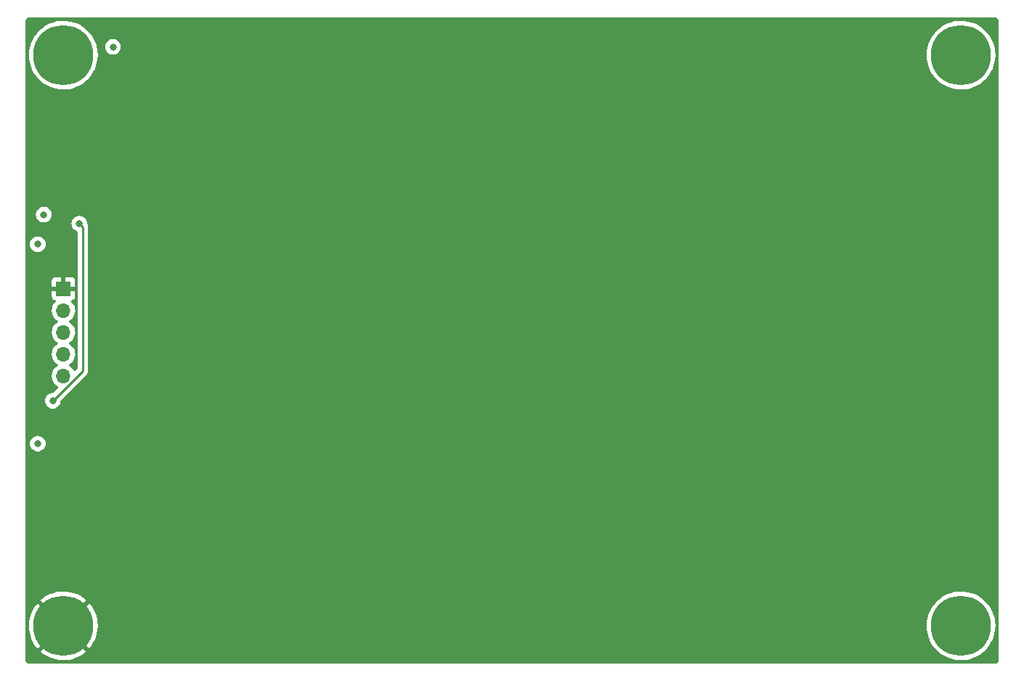
<source format=gbr>
%TF.GenerationSoftware,KiCad,Pcbnew,(6.0.7)*%
%TF.CreationDate,2022-11-11T00:25:46-08:00*%
%TF.ProjectId,LED_Board_s_,4c45445f-426f-4617-9264-5f735f2e6b69,rev?*%
%TF.SameCoordinates,Original*%
%TF.FileFunction,Copper,L3,Inr*%
%TF.FilePolarity,Positive*%
%FSLAX46Y46*%
G04 Gerber Fmt 4.6, Leading zero omitted, Abs format (unit mm)*
G04 Created by KiCad (PCBNEW (6.0.7)) date 2022-11-11 00:25:46*
%MOMM*%
%LPD*%
G01*
G04 APERTURE LIST*
%TA.AperFunction,ComponentPad*%
%ADD10C,0.800000*%
%TD*%
%TA.AperFunction,ComponentPad*%
%ADD11C,7.000000*%
%TD*%
%TA.AperFunction,ComponentPad*%
%ADD12R,1.700000X1.700000*%
%TD*%
%TA.AperFunction,ComponentPad*%
%ADD13O,1.700000X1.700000*%
%TD*%
%TA.AperFunction,ViaPad*%
%ADD14C,0.800000*%
%TD*%
%TA.AperFunction,Conductor*%
%ADD15C,0.250000*%
%TD*%
G04 APERTURE END LIST*
D10*
%TO.N,GND*%
%TO.C,H2*%
X159482893Y-169872893D03*
X159482893Y-164622893D03*
X156857893Y-167247893D03*
D11*
X159482893Y-167247893D03*
D10*
X161339048Y-169104048D03*
X157626738Y-165391738D03*
X157626738Y-169104048D03*
X161339048Y-165391738D03*
X162107893Y-167247893D03*
%TD*%
D11*
%TO.N,N/C*%
%TO.C,H3*%
X264132893Y-100697893D03*
%TD*%
%TO.N,N/C*%
%TO.C,H4*%
X264132893Y-167247893D03*
%TD*%
%TO.N,N/C*%
%TO.C,H1*%
X159482893Y-100697893D03*
%TD*%
D12*
%TO.N,GND*%
%TO.C,J1*%
X159500000Y-127925000D03*
D13*
%TO.N,/SDI*%
X159500000Y-130465000D03*
%TO.N,/CKI*%
X159500000Y-133005000D03*
%TO.N,VCC*%
X159500000Y-135545000D03*
%TO.N,+5VD*%
X159500000Y-138085000D03*
%TD*%
D14*
%TO.N,/CKI*%
X157200000Y-119300000D03*
%TO.N,GND*%
X190500000Y-151750000D03*
X185500000Y-97750000D03*
X253250000Y-101500000D03*
X197500000Y-151750000D03*
X217500000Y-170250000D03*
X188000000Y-128250000D03*
X258000000Y-170250000D03*
X197250000Y-113500000D03*
X245500000Y-97750000D03*
X200750000Y-139750000D03*
X211250000Y-116500000D03*
X220500000Y-170250000D03*
X236500000Y-135250000D03*
X253000000Y-158750000D03*
X188000000Y-109250000D03*
X218250000Y-101500000D03*
X211500000Y-151750000D03*
X224500000Y-170250000D03*
X240250000Y-128250000D03*
X180500000Y-132250000D03*
X228750000Y-113500000D03*
X191000000Y-135250000D03*
X169250000Y-113500000D03*
X200750000Y-120750000D03*
X205500000Y-166500000D03*
X190500000Y-154750000D03*
X252500000Y-170250000D03*
X187000000Y-154750000D03*
X264500000Y-132250000D03*
X193750000Y-116500000D03*
X218250000Y-158750000D03*
X179000000Y-170250000D03*
X257750000Y-147250000D03*
X250500000Y-132250000D03*
X200750000Y-101500000D03*
X238000000Y-170250000D03*
X188000000Y-147250000D03*
X240000000Y-135250000D03*
X172750000Y-113500000D03*
X170000000Y-135250000D03*
X257500000Y-135250000D03*
X263750000Y-116500000D03*
X236000000Y-151750000D03*
X172000000Y-97750000D03*
X212000000Y-132250000D03*
X223000000Y-128250000D03*
X257000000Y-154750000D03*
X250000000Y-151750000D03*
X242000000Y-170250000D03*
X222500000Y-135250000D03*
X179750000Y-113500000D03*
X264500000Y-135250000D03*
X260250000Y-113500000D03*
X243000000Y-154750000D03*
X250500000Y-135250000D03*
X229000000Y-154750000D03*
X183000000Y-140000000D03*
X207750000Y-113500000D03*
X249000000Y-97750000D03*
X235500000Y-158750000D03*
X217500000Y-97750000D03*
X180000000Y-154750000D03*
X224500000Y-97750000D03*
X180500000Y-135250000D03*
X167000000Y-141000000D03*
X193750000Y-113500000D03*
X236000000Y-154750000D03*
X235750000Y-116500000D03*
X182500000Y-170250000D03*
X218500000Y-151750000D03*
X246250000Y-116500000D03*
X170000000Y-132250000D03*
X223000000Y-166500000D03*
X218500000Y-154750000D03*
X240250000Y-109250000D03*
X200750000Y-158750000D03*
X189500000Y-170250000D03*
X183250000Y-116500000D03*
X205000000Y-135250000D03*
X264000000Y-154750000D03*
X215000000Y-151750000D03*
X243000000Y-151750000D03*
X260500000Y-154750000D03*
X214000000Y-170250000D03*
X184000000Y-132250000D03*
X218250000Y-116500000D03*
X225500000Y-154750000D03*
X200000000Y-170250000D03*
X214750000Y-113500000D03*
X190250000Y-113500000D03*
X207750000Y-116500000D03*
X260500000Y-151750000D03*
X219000000Y-132250000D03*
X247000000Y-132250000D03*
X194500000Y-132250000D03*
X223000000Y-147250000D03*
X240250000Y-147250000D03*
X183250000Y-120750000D03*
X175500000Y-170250000D03*
X229500000Y-132250000D03*
X225250000Y-113500000D03*
X242750000Y-116500000D03*
X183500000Y-101500000D03*
X187500000Y-132250000D03*
X208500000Y-132250000D03*
X254000000Y-132250000D03*
X172750000Y-116500000D03*
X239500000Y-151750000D03*
X253250000Y-113500000D03*
X233000000Y-132250000D03*
X250000000Y-154750000D03*
X211500000Y-154750000D03*
X186750000Y-113500000D03*
X245500000Y-170250000D03*
X226000000Y-132250000D03*
X229000000Y-151750000D03*
X168250000Y-97750000D03*
X186000000Y-170250000D03*
X235750000Y-113500000D03*
X225250000Y-116500000D03*
X196500000Y-97750000D03*
X187000000Y-151750000D03*
X205000000Y-132250000D03*
X233000000Y-135250000D03*
X184000000Y-135250000D03*
X175500000Y-97750000D03*
X196500000Y-170250000D03*
X165000000Y-97750000D03*
X193000000Y-170250000D03*
X240500000Y-166500000D03*
X205500000Y-109250000D03*
X176500000Y-151750000D03*
X257500000Y-132250000D03*
X203250000Y-170250000D03*
X169500000Y-151750000D03*
X193000000Y-97750000D03*
X226000000Y-135250000D03*
X208000000Y-151750000D03*
X183500000Y-151750000D03*
X170750000Y-128000000D03*
X166000000Y-120750000D03*
X246500000Y-151750000D03*
X218000000Y-139750000D03*
X194000000Y-154750000D03*
X228000000Y-170250000D03*
X211250000Y-113500000D03*
X249750000Y-116500000D03*
X204250000Y-113500000D03*
X257500000Y-166250000D03*
X173500000Y-132250000D03*
X215500000Y-132250000D03*
X264000000Y-151750000D03*
X179750000Y-116500000D03*
X246500000Y-154750000D03*
X200000000Y-97750000D03*
X205500000Y-128250000D03*
X177000000Y-132250000D03*
X183250000Y-158750000D03*
X232250000Y-113500000D03*
X240000000Y-132250000D03*
X239500000Y-154750000D03*
X214750000Y-116500000D03*
X200750000Y-116500000D03*
X168500000Y-170250000D03*
X173500000Y-135250000D03*
X180000000Y-151750000D03*
X186750000Y-116500000D03*
X173000000Y-154750000D03*
X208000000Y-154750000D03*
X194500000Y-135250000D03*
X256750000Y-113500000D03*
X242750000Y-113500000D03*
X176250000Y-113500000D03*
X222000000Y-154750000D03*
X207000000Y-97750000D03*
X170500000Y-166500000D03*
X239250000Y-116500000D03*
X260250000Y-116500000D03*
X222500000Y-132250000D03*
X263750000Y-113500000D03*
X215000000Y-154750000D03*
X201500000Y-132250000D03*
X222000000Y-151750000D03*
X221000000Y-97750000D03*
X212000000Y-135250000D03*
X232250000Y-116500000D03*
X232500000Y-154750000D03*
X231500000Y-97750000D03*
X218250000Y-113500000D03*
X210500000Y-170250000D03*
X169250000Y-116500000D03*
X257000000Y-151750000D03*
X238000000Y-97750000D03*
X225500000Y-151750000D03*
X201500000Y-135250000D03*
X207000000Y-170250000D03*
X204500000Y-151750000D03*
X182500000Y-97750000D03*
X204250000Y-116500000D03*
X208500000Y-135250000D03*
X159500000Y-125000000D03*
X253000000Y-120750000D03*
X247000000Y-135250000D03*
X190250000Y-116500000D03*
X222750000Y-109250000D03*
X249750000Y-113500000D03*
X198000000Y-132250000D03*
X255500000Y-170250000D03*
X177000000Y-135250000D03*
X172000000Y-170250000D03*
X210500000Y-97750000D03*
X201000000Y-151750000D03*
X228750000Y-116500000D03*
X249000000Y-170250000D03*
X179000000Y-97750000D03*
X253250000Y-116500000D03*
X191000000Y-132250000D03*
X176500000Y-154750000D03*
X214000000Y-97750000D03*
X236500000Y-132250000D03*
X197500000Y-154750000D03*
X243500000Y-135250000D03*
X228000000Y-97750000D03*
X165000000Y-170250000D03*
X261000000Y-132250000D03*
X235500000Y-139750000D03*
X183500000Y-154750000D03*
X254000000Y-135250000D03*
X215500000Y-135250000D03*
X219000000Y-135250000D03*
X197250000Y-116500000D03*
X188000000Y-166500000D03*
X221750000Y-113500000D03*
X198000000Y-135250000D03*
X242000000Y-97750000D03*
X194000000Y-151750000D03*
X235000000Y-170250000D03*
X257750000Y-128250000D03*
X205500000Y-147250000D03*
X218250000Y-120750000D03*
X173000000Y-151750000D03*
X201000000Y-154750000D03*
X261000000Y-135250000D03*
X243500000Y-132250000D03*
X232500000Y-151750000D03*
X204500000Y-154750000D03*
X252500000Y-97750000D03*
X187500000Y-135250000D03*
X253250000Y-139750000D03*
X189500000Y-97750000D03*
X170500000Y-109250000D03*
X235000000Y-97750000D03*
X200750000Y-113500000D03*
X257750000Y-109000000D03*
X255500000Y-97750000D03*
X183250000Y-113500000D03*
X166000000Y-101500000D03*
X229500000Y-135250000D03*
X176250000Y-116500000D03*
X235500000Y-101500000D03*
X256750000Y-116500000D03*
X169500000Y-154750000D03*
X170750000Y-147500000D03*
X231500000Y-170250000D03*
X166000000Y-158500000D03*
X203000000Y-97750000D03*
X253500000Y-151750000D03*
X246250000Y-113500000D03*
X235500000Y-120750000D03*
X221750000Y-116500000D03*
X239250000Y-113500000D03*
X253500000Y-154750000D03*
%TO.N,/SDI_M*%
X165264607Y-99735393D03*
X156500000Y-122750000D03*
X156500000Y-146000000D03*
%TO.N,/CKI_M*%
X161343750Y-120343750D03*
X158250000Y-141000000D03*
%TD*%
D15*
%TO.N,/CKI_M*%
X161343750Y-120343750D02*
X161750000Y-120750000D01*
X161750000Y-120750000D02*
X161750000Y-137496701D01*
X158250000Y-140996701D02*
X158250000Y-141000000D01*
X161750000Y-137496701D02*
X158250000Y-140996701D01*
%TD*%
%TA.AperFunction,Conductor*%
%TO.N,GND*%
G36*
X268027915Y-96282893D02*
G01*
X268042750Y-96285203D01*
X268042751Y-96285203D01*
X268051621Y-96286584D01*
X268060524Y-96285420D01*
X268060526Y-96285420D01*
X268060650Y-96285404D01*
X268091088Y-96285133D01*
X268123951Y-96288835D01*
X268153158Y-96292126D01*
X268180666Y-96298404D01*
X268257756Y-96325379D01*
X268283176Y-96337620D01*
X268352326Y-96381069D01*
X268374386Y-96398661D01*
X268432135Y-96456409D01*
X268449727Y-96478469D01*
X268493178Y-96547621D01*
X268505420Y-96573041D01*
X268532393Y-96650124D01*
X268538672Y-96677632D01*
X268544919Y-96733072D01*
X268544611Y-96748764D01*
X268545693Y-96748777D01*
X268545584Y-96757746D01*
X268544202Y-96766621D01*
X268548110Y-96796504D01*
X268548329Y-96798180D01*
X268549393Y-96814518D01*
X268549393Y-171123530D01*
X268547893Y-171142915D01*
X268545583Y-171157748D01*
X268545583Y-171157752D01*
X268544202Y-171166621D01*
X268545382Y-171175646D01*
X268545654Y-171206081D01*
X268538661Y-171268154D01*
X268538661Y-171268155D01*
X268532382Y-171295664D01*
X268505408Y-171372752D01*
X268493169Y-171398168D01*
X268449714Y-171467325D01*
X268432125Y-171489380D01*
X268374380Y-171547125D01*
X268352325Y-171564714D01*
X268283168Y-171608169D01*
X268257752Y-171620408D01*
X268180664Y-171647382D01*
X268153159Y-171653660D01*
X268097673Y-171659912D01*
X268082036Y-171659245D01*
X268082018Y-171660694D01*
X268073047Y-171660584D01*
X268064173Y-171659202D01*
X268055270Y-171660366D01*
X268055263Y-171660366D01*
X268032603Y-171663329D01*
X268016267Y-171664393D01*
X155607263Y-171664393D01*
X155587876Y-171662893D01*
X155573043Y-171660583D01*
X155573042Y-171660583D01*
X155564173Y-171659202D01*
X155555271Y-171660366D01*
X155555269Y-171660366D01*
X155555153Y-171660381D01*
X155524704Y-171660652D01*
X155462633Y-171653657D01*
X155435127Y-171647379D01*
X155358045Y-171620406D01*
X155332626Y-171608165D01*
X155302885Y-171589478D01*
X155263476Y-171564716D01*
X155241417Y-171547124D01*
X155183671Y-171489376D01*
X155166080Y-171467317D01*
X155122633Y-171398170D01*
X155110392Y-171372750D01*
X155083418Y-171295663D01*
X155077139Y-171268154D01*
X155076260Y-171260347D01*
X155070877Y-171212567D01*
X155070094Y-171196922D01*
X155070203Y-171188046D01*
X155071584Y-171179173D01*
X155070420Y-171170270D01*
X155070420Y-171170265D01*
X155067457Y-171147603D01*
X155066393Y-171131267D01*
X155066393Y-170258500D01*
X156837826Y-170258500D01*
X156837881Y-170259279D01*
X156843235Y-170267329D01*
X156879853Y-170301714D01*
X156884531Y-170305696D01*
X157190279Y-170541153D01*
X157195322Y-170544658D01*
X157522587Y-170749155D01*
X157527944Y-170752149D01*
X157873602Y-170923736D01*
X157879242Y-170926200D01*
X158239969Y-171063227D01*
X158245841Y-171065135D01*
X158618237Y-171166313D01*
X158624214Y-171167627D01*
X159004736Y-171231988D01*
X159010822Y-171232713D01*
X159395789Y-171259633D01*
X159401925Y-171259761D01*
X159787680Y-171248986D01*
X159793811Y-171248514D01*
X160176648Y-171200150D01*
X160182721Y-171199080D01*
X160559028Y-171113585D01*
X160564943Y-171111933D01*
X160931108Y-170990127D01*
X160936842Y-170987903D01*
X161289390Y-170830939D01*
X161294859Y-170828176D01*
X161630409Y-170637557D01*
X161635583Y-170634273D01*
X161950927Y-170411822D01*
X161955765Y-170408042D01*
X162118133Y-170267891D01*
X162126548Y-170254851D01*
X162120609Y-170244819D01*
X159495705Y-167619915D01*
X159481761Y-167612301D01*
X159479928Y-167612432D01*
X159473313Y-167616683D01*
X156845440Y-170244556D01*
X156837826Y-170258500D01*
X155066393Y-170258500D01*
X155066393Y-167194954D01*
X155470558Y-167194954D01*
X155484025Y-167580599D01*
X155484540Y-167586731D01*
X155535578Y-167969240D01*
X155536685Y-167975276D01*
X155624806Y-168350983D01*
X155626501Y-168356893D01*
X155750861Y-168722199D01*
X155753128Y-168727924D01*
X155912536Y-169079337D01*
X155915358Y-169084827D01*
X156108300Y-169419012D01*
X156111630Y-169424180D01*
X156336268Y-169737952D01*
X156340090Y-169742774D01*
X156462926Y-169883088D01*
X156476140Y-169891486D01*
X156485936Y-169885640D01*
X159110871Y-167260705D01*
X159117249Y-167249025D01*
X159847301Y-167249025D01*
X159847432Y-167250858D01*
X159851683Y-167257473D01*
X162480257Y-169886047D01*
X162494201Y-169893661D01*
X162495216Y-169893589D01*
X162502947Y-169888486D01*
X162518460Y-169872195D01*
X162522488Y-169867530D01*
X162760061Y-169563451D01*
X162763615Y-169558411D01*
X162970379Y-169232605D01*
X162973422Y-169227249D01*
X163147413Y-168882803D01*
X163149909Y-168877199D01*
X163289461Y-168517411D01*
X163291402Y-168511577D01*
X163395181Y-168139881D01*
X163396537Y-168133910D01*
X163463553Y-167753852D01*
X163464320Y-167747779D01*
X163494012Y-167361893D01*
X163494189Y-167357978D01*
X163495699Y-167249867D01*
X163495631Y-167245923D01*
X163492987Y-167191858D01*
X260119950Y-167191858D01*
X260133634Y-167583720D01*
X260134040Y-167586764D01*
X260134041Y-167586774D01*
X260137465Y-167612432D01*
X260185492Y-167972377D01*
X260275029Y-168354118D01*
X260401389Y-168725300D01*
X260563368Y-169082380D01*
X260759418Y-169421949D01*
X260761207Y-169424447D01*
X260761209Y-169424451D01*
X260985654Y-169737952D01*
X260987669Y-169740767D01*
X260989695Y-169743082D01*
X260989698Y-169743085D01*
X261119614Y-169891486D01*
X261245942Y-170035789D01*
X261531771Y-170304201D01*
X261669730Y-170410443D01*
X261839461Y-170541153D01*
X261842429Y-170543439D01*
X261845032Y-170545066D01*
X261845037Y-170545069D01*
X261964469Y-170619698D01*
X262174949Y-170751221D01*
X262526159Y-170925563D01*
X262892705Y-171064800D01*
X263271088Y-171167605D01*
X263506176Y-171207367D01*
X263654676Y-171232484D01*
X263654679Y-171232484D01*
X263657698Y-171232995D01*
X263812337Y-171243809D01*
X264045778Y-171260133D01*
X264045786Y-171260133D01*
X264048844Y-171260347D01*
X264300930Y-171253306D01*
X264437718Y-171249485D01*
X264437721Y-171249485D01*
X264440792Y-171249399D01*
X264443845Y-171249013D01*
X264443849Y-171249013D01*
X264585469Y-171231122D01*
X264829801Y-171200255D01*
X264832805Y-171199573D01*
X264832808Y-171199572D01*
X265209162Y-171114067D01*
X265209168Y-171114065D01*
X265212158Y-171113386D01*
X265216526Y-171111933D01*
X265581289Y-170990593D01*
X265581295Y-170990591D01*
X265584213Y-170989620D01*
X265587023Y-170988369D01*
X265939615Y-170831385D01*
X265939621Y-170831382D01*
X265942415Y-170830138D01*
X265945869Y-170828176D01*
X266280677Y-170637979D01*
X266280683Y-170637976D01*
X266283345Y-170636463D01*
X266603748Y-170410443D01*
X266729283Y-170302085D01*
X266898240Y-170156246D01*
X266898244Y-170156242D01*
X266900567Y-170154237D01*
X267170967Y-169870288D01*
X267412368Y-169561308D01*
X267622467Y-169230247D01*
X267623982Y-169227249D01*
X267797870Y-168883006D01*
X267799256Y-168880263D01*
X267800366Y-168877402D01*
X267939934Y-168517574D01*
X267939937Y-168517565D01*
X267941049Y-168514698D01*
X268046493Y-168137041D01*
X268114581Y-167750897D01*
X268127681Y-167580640D01*
X268144512Y-167361906D01*
X268144513Y-167361893D01*
X268144662Y-167359952D01*
X268146227Y-167247893D01*
X268145759Y-167238313D01*
X268135877Y-167036268D01*
X268127073Y-166856260D01*
X268069794Y-166468366D01*
X267974936Y-166087912D01*
X267954903Y-166031651D01*
X267844437Y-165721429D01*
X267843405Y-165718530D01*
X267676457Y-165363747D01*
X267674890Y-165361118D01*
X267674885Y-165361109D01*
X267477254Y-165029582D01*
X267475684Y-165026948D01*
X267473870Y-165024488D01*
X267473865Y-165024480D01*
X267244826Y-164713819D01*
X267244824Y-164713816D01*
X267243004Y-164711348D01*
X266980637Y-164419961D01*
X266691088Y-164155566D01*
X266377121Y-163920688D01*
X266328908Y-163891489D01*
X266044360Y-163719160D01*
X266044351Y-163719155D01*
X266041732Y-163717569D01*
X265688122Y-163548148D01*
X265685232Y-163547096D01*
X265685227Y-163547094D01*
X265322567Y-163415097D01*
X265322564Y-163415096D01*
X265319668Y-163414042D01*
X264944778Y-163317786D01*
X264942870Y-163317296D01*
X264942867Y-163317295D01*
X264939886Y-163316530D01*
X264552401Y-163256544D01*
X264160911Y-163234657D01*
X264157832Y-163234786D01*
X264157829Y-163234786D01*
X263902081Y-163245505D01*
X263769154Y-163251076D01*
X263766110Y-163251504D01*
X263766108Y-163251504D01*
X263555671Y-163281079D01*
X263380869Y-163305646D01*
X262999762Y-163397846D01*
X262629472Y-163526795D01*
X262273531Y-163691262D01*
X261935339Y-163889678D01*
X261775337Y-164005926D01*
X261620604Y-164118346D01*
X261620598Y-164118351D01*
X261618123Y-164120149D01*
X261615837Y-164122178D01*
X261615834Y-164122181D01*
X261575468Y-164158020D01*
X261324910Y-164380476D01*
X261322831Y-164382721D01*
X261322824Y-164382728D01*
X261113268Y-164609029D01*
X261058501Y-164668172D01*
X260821437Y-164980492D01*
X260615982Y-165314455D01*
X260444096Y-165666873D01*
X260443024Y-165669757D01*
X260443023Y-165669758D01*
X260425850Y-165715936D01*
X260307420Y-166034382D01*
X260207260Y-166413474D01*
X260144570Y-166800531D01*
X260144376Y-166803611D01*
X260144376Y-166803613D01*
X260140871Y-166859333D01*
X260119950Y-167191858D01*
X163492987Y-167191858D01*
X163476725Y-166859382D01*
X163476124Y-166853258D01*
X163419755Y-166471524D01*
X163418555Y-166465462D01*
X163325205Y-166091058D01*
X163323420Y-166085143D01*
X163193975Y-165721620D01*
X163191632Y-165715936D01*
X163027327Y-165366770D01*
X163024438Y-165361336D01*
X162826848Y-165029876D01*
X162823440Y-165024746D01*
X162594440Y-164714137D01*
X162590560Y-164709380D01*
X162503211Y-164612368D01*
X162489690Y-164604038D01*
X162489613Y-164604039D01*
X162480327Y-164609669D01*
X159854915Y-167235081D01*
X159847301Y-167249025D01*
X159117249Y-167249025D01*
X159118485Y-167246761D01*
X159118354Y-167244928D01*
X159114103Y-167238313D01*
X156486795Y-164611005D01*
X156472851Y-164603391D01*
X156472305Y-164603430D01*
X156463948Y-164609029D01*
X156410970Y-164666240D01*
X156407025Y-164670942D01*
X156173714Y-164978319D01*
X156170236Y-164983397D01*
X155968034Y-165312072D01*
X155965069Y-165317465D01*
X155795907Y-165664299D01*
X155793481Y-165669957D01*
X155658969Y-166031651D01*
X155657111Y-166037508D01*
X155558533Y-166410611D01*
X155557258Y-166416611D01*
X155495560Y-166797541D01*
X155494873Y-166803669D01*
X155470644Y-167188779D01*
X155470558Y-167194954D01*
X155066393Y-167194954D01*
X155066393Y-164241207D01*
X156839227Y-164241207D01*
X156844977Y-164250767D01*
X159470081Y-166875871D01*
X159484025Y-166883485D01*
X159485858Y-166883354D01*
X159492473Y-166879103D01*
X162119356Y-164252220D01*
X162126970Y-164238276D01*
X162126948Y-164237965D01*
X162121097Y-164229299D01*
X162043036Y-164158020D01*
X162038309Y-164154110D01*
X161729312Y-163922952D01*
X161724206Y-163919507D01*
X161394128Y-163719604D01*
X161388715Y-163716677D01*
X161040701Y-163549937D01*
X161035034Y-163547555D01*
X160672419Y-163415575D01*
X160666531Y-163413753D01*
X160292769Y-163317786D01*
X160286747Y-163316550D01*
X159905378Y-163257511D01*
X159899290Y-163256871D01*
X159513978Y-163235329D01*
X159507826Y-163235286D01*
X159122280Y-163251445D01*
X159116154Y-163252002D01*
X158734016Y-163305708D01*
X158727963Y-163306863D01*
X158352893Y-163397602D01*
X158346996Y-163399338D01*
X157982574Y-163526243D01*
X157976861Y-163528551D01*
X157626560Y-163690412D01*
X157621106Y-163693264D01*
X157288269Y-163888539D01*
X157283121Y-163891908D01*
X156970918Y-164118736D01*
X156966140Y-164122577D01*
X156847604Y-164227819D01*
X156839227Y-164241207D01*
X155066393Y-164241207D01*
X155066393Y-146000000D01*
X155586496Y-146000000D01*
X155606458Y-146189928D01*
X155665473Y-146371556D01*
X155760960Y-146536944D01*
X155888747Y-146678866D01*
X156043248Y-146791118D01*
X156049276Y-146793802D01*
X156049278Y-146793803D01*
X156211681Y-146866109D01*
X156217712Y-146868794D01*
X156311113Y-146888647D01*
X156398056Y-146907128D01*
X156398061Y-146907128D01*
X156404513Y-146908500D01*
X156595487Y-146908500D01*
X156601939Y-146907128D01*
X156601944Y-146907128D01*
X156688887Y-146888647D01*
X156782288Y-146868794D01*
X156788319Y-146866109D01*
X156950722Y-146793803D01*
X156950724Y-146793802D01*
X156956752Y-146791118D01*
X157111253Y-146678866D01*
X157239040Y-146536944D01*
X157334527Y-146371556D01*
X157393542Y-146189928D01*
X157413504Y-146000000D01*
X157393542Y-145810072D01*
X157334527Y-145628444D01*
X157239040Y-145463056D01*
X157111253Y-145321134D01*
X156956752Y-145208882D01*
X156950724Y-145206198D01*
X156950722Y-145206197D01*
X156788319Y-145133891D01*
X156788318Y-145133891D01*
X156782288Y-145131206D01*
X156688888Y-145111353D01*
X156601944Y-145092872D01*
X156601939Y-145092872D01*
X156595487Y-145091500D01*
X156404513Y-145091500D01*
X156398061Y-145092872D01*
X156398056Y-145092872D01*
X156311112Y-145111353D01*
X156217712Y-145131206D01*
X156211682Y-145133891D01*
X156211681Y-145133891D01*
X156049278Y-145206197D01*
X156049276Y-145206198D01*
X156043248Y-145208882D01*
X155888747Y-145321134D01*
X155760960Y-145463056D01*
X155665473Y-145628444D01*
X155606458Y-145810072D01*
X155586496Y-146000000D01*
X155066393Y-146000000D01*
X155066393Y-141000000D01*
X157336496Y-141000000D01*
X157356458Y-141189928D01*
X157415473Y-141371556D01*
X157510960Y-141536944D01*
X157638747Y-141678866D01*
X157793248Y-141791118D01*
X157799276Y-141793802D01*
X157799278Y-141793803D01*
X157961681Y-141866109D01*
X157967712Y-141868794D01*
X158061112Y-141888647D01*
X158148056Y-141907128D01*
X158148061Y-141907128D01*
X158154513Y-141908500D01*
X158345487Y-141908500D01*
X158351939Y-141907128D01*
X158351944Y-141907128D01*
X158438888Y-141888647D01*
X158532288Y-141868794D01*
X158538319Y-141866109D01*
X158700722Y-141793803D01*
X158700724Y-141793802D01*
X158706752Y-141791118D01*
X158861253Y-141678866D01*
X158989040Y-141536944D01*
X159084527Y-141371556D01*
X159143542Y-141189928D01*
X159161295Y-141021019D01*
X159188308Y-140955363D01*
X159197510Y-140945095D01*
X162142247Y-138000358D01*
X162150537Y-137992814D01*
X162157018Y-137988701D01*
X162203659Y-137939033D01*
X162206413Y-137936192D01*
X162226134Y-137916471D01*
X162228612Y-137913276D01*
X162236318Y-137904254D01*
X162261158Y-137877802D01*
X162266586Y-137872022D01*
X162276346Y-137854269D01*
X162287199Y-137837746D01*
X162294753Y-137828007D01*
X162299613Y-137821742D01*
X162317176Y-137781158D01*
X162322383Y-137770528D01*
X162343695Y-137731761D01*
X162345666Y-137724084D01*
X162345668Y-137724079D01*
X162348732Y-137712143D01*
X162355138Y-137693431D01*
X162360034Y-137682118D01*
X162363181Y-137674846D01*
X162370097Y-137631182D01*
X162372504Y-137619561D01*
X162381528Y-137584412D01*
X162381528Y-137584411D01*
X162383500Y-137576731D01*
X162383500Y-137556470D01*
X162385051Y-137536759D01*
X162386979Y-137524586D01*
X162388219Y-137516758D01*
X162384059Y-137472747D01*
X162383500Y-137460890D01*
X162383500Y-120828767D01*
X162384027Y-120817584D01*
X162385702Y-120810091D01*
X162383562Y-120742014D01*
X162383500Y-120738055D01*
X162383500Y-120710144D01*
X162382995Y-120706144D01*
X162382062Y-120694301D01*
X162380922Y-120658029D01*
X162380673Y-120650110D01*
X162375022Y-120630658D01*
X162371014Y-120611306D01*
X162369467Y-120599063D01*
X162368474Y-120591203D01*
X162365556Y-120583832D01*
X162352200Y-120550097D01*
X162348355Y-120538870D01*
X162347721Y-120536687D01*
X162336018Y-120496407D01*
X162331984Y-120489585D01*
X162331981Y-120489579D01*
X162325706Y-120478968D01*
X162317010Y-120461218D01*
X162312472Y-120449756D01*
X162312469Y-120449751D01*
X162309552Y-120442383D01*
X162283559Y-120406607D01*
X162277064Y-120396720D01*
X162273730Y-120391082D01*
X162256872Y-120340113D01*
X162238866Y-120168794D01*
X162237982Y-120160385D01*
X162237982Y-120160383D01*
X162237292Y-120153822D01*
X162178277Y-119972194D01*
X162082790Y-119806806D01*
X161966164Y-119677279D01*
X161959425Y-119669795D01*
X161959424Y-119669794D01*
X161955003Y-119664884D01*
X161800502Y-119552632D01*
X161794474Y-119549948D01*
X161794472Y-119549947D01*
X161632069Y-119477641D01*
X161632068Y-119477641D01*
X161626038Y-119474956D01*
X161532637Y-119455103D01*
X161445694Y-119436622D01*
X161445689Y-119436622D01*
X161439237Y-119435250D01*
X161248263Y-119435250D01*
X161241811Y-119436622D01*
X161241806Y-119436622D01*
X161154863Y-119455103D01*
X161061462Y-119474956D01*
X161055432Y-119477641D01*
X161055431Y-119477641D01*
X160893028Y-119549947D01*
X160893026Y-119549948D01*
X160886998Y-119552632D01*
X160732497Y-119664884D01*
X160728076Y-119669794D01*
X160728075Y-119669795D01*
X160721337Y-119677279D01*
X160604710Y-119806806D01*
X160509223Y-119972194D01*
X160450208Y-120153822D01*
X160449518Y-120160383D01*
X160449518Y-120160385D01*
X160448634Y-120168794D01*
X160430246Y-120343750D01*
X160430936Y-120350315D01*
X160441388Y-120449756D01*
X160450208Y-120533678D01*
X160509223Y-120715306D01*
X160604710Y-120880694D01*
X160732497Y-121022616D01*
X160886998Y-121134868D01*
X160893024Y-121137551D01*
X160893031Y-121137555D01*
X161041748Y-121203767D01*
X161095844Y-121249747D01*
X161116500Y-121318874D01*
X161116500Y-137182106D01*
X161096498Y-137250227D01*
X161079595Y-137271201D01*
X160893515Y-137457281D01*
X160831203Y-137491307D01*
X160760388Y-137486242D01*
X160703552Y-137443695D01*
X160698628Y-137436626D01*
X160582822Y-137257617D01*
X160582820Y-137257614D01*
X160580014Y-137253277D01*
X160429670Y-137088051D01*
X160425619Y-137084852D01*
X160425615Y-137084848D01*
X160258414Y-136952800D01*
X160258410Y-136952798D01*
X160254359Y-136949598D01*
X160213053Y-136926796D01*
X160163084Y-136876364D01*
X160148312Y-136806921D01*
X160173428Y-136740516D01*
X160200780Y-136713909D01*
X160244603Y-136682650D01*
X160379860Y-136586173D01*
X160538096Y-136428489D01*
X160597594Y-136345689D01*
X160665435Y-136251277D01*
X160668453Y-136247077D01*
X160767430Y-136046811D01*
X160832370Y-135833069D01*
X160861529Y-135611590D01*
X160863156Y-135545000D01*
X160844852Y-135322361D01*
X160790431Y-135105702D01*
X160701354Y-134900840D01*
X160580014Y-134713277D01*
X160429670Y-134548051D01*
X160425619Y-134544852D01*
X160425615Y-134544848D01*
X160258414Y-134412800D01*
X160258410Y-134412798D01*
X160254359Y-134409598D01*
X160213053Y-134386796D01*
X160163084Y-134336364D01*
X160148312Y-134266921D01*
X160173428Y-134200516D01*
X160200780Y-134173909D01*
X160244603Y-134142650D01*
X160379860Y-134046173D01*
X160538096Y-133888489D01*
X160597594Y-133805689D01*
X160665435Y-133711277D01*
X160668453Y-133707077D01*
X160767430Y-133506811D01*
X160832370Y-133293069D01*
X160861529Y-133071590D01*
X160863156Y-133005000D01*
X160844852Y-132782361D01*
X160790431Y-132565702D01*
X160701354Y-132360840D01*
X160580014Y-132173277D01*
X160429670Y-132008051D01*
X160425619Y-132004852D01*
X160425615Y-132004848D01*
X160258414Y-131872800D01*
X160258410Y-131872798D01*
X160254359Y-131869598D01*
X160213053Y-131846796D01*
X160163084Y-131796364D01*
X160148312Y-131726921D01*
X160173428Y-131660516D01*
X160200780Y-131633909D01*
X160244603Y-131602650D01*
X160379860Y-131506173D01*
X160538096Y-131348489D01*
X160597594Y-131265689D01*
X160665435Y-131171277D01*
X160668453Y-131167077D01*
X160767430Y-130966811D01*
X160832370Y-130753069D01*
X160861529Y-130531590D01*
X160863156Y-130465000D01*
X160844852Y-130242361D01*
X160790431Y-130025702D01*
X160701354Y-129820840D01*
X160580014Y-129633277D01*
X160576540Y-129629459D01*
X160576533Y-129629450D01*
X160432435Y-129471088D01*
X160401383Y-129407242D01*
X160409779Y-129336744D01*
X160454956Y-129281976D01*
X160481400Y-129268307D01*
X160588052Y-129228325D01*
X160603649Y-129219786D01*
X160705724Y-129143285D01*
X160718285Y-129130724D01*
X160794786Y-129028649D01*
X160803324Y-129013054D01*
X160848478Y-128892606D01*
X160852105Y-128877351D01*
X160857631Y-128826486D01*
X160858000Y-128819672D01*
X160858000Y-128197115D01*
X160853525Y-128181876D01*
X160852135Y-128180671D01*
X160844452Y-128179000D01*
X158160116Y-128179000D01*
X158144877Y-128183475D01*
X158143672Y-128184865D01*
X158142001Y-128192548D01*
X158142001Y-128819669D01*
X158142371Y-128826490D01*
X158147895Y-128877352D01*
X158151521Y-128892604D01*
X158196676Y-129013054D01*
X158205214Y-129028649D01*
X158281715Y-129130724D01*
X158294276Y-129143285D01*
X158396351Y-129219786D01*
X158411946Y-129228324D01*
X158520827Y-129269142D01*
X158577591Y-129311784D01*
X158602291Y-129378345D01*
X158587083Y-129447694D01*
X158567691Y-129474175D01*
X158444200Y-129603401D01*
X158440629Y-129607138D01*
X158314743Y-129791680D01*
X158220688Y-129994305D01*
X158160989Y-130209570D01*
X158137251Y-130431695D01*
X158137548Y-130436848D01*
X158137548Y-130436851D01*
X158143011Y-130531590D01*
X158150110Y-130654715D01*
X158151247Y-130659761D01*
X158151248Y-130659767D01*
X158171119Y-130747939D01*
X158199222Y-130872639D01*
X158283266Y-131079616D01*
X158399987Y-131270088D01*
X158546250Y-131438938D01*
X158718126Y-131581632D01*
X158788595Y-131622811D01*
X158791445Y-131624476D01*
X158840169Y-131676114D01*
X158853240Y-131745897D01*
X158826509Y-131811669D01*
X158786055Y-131845027D01*
X158773607Y-131851507D01*
X158769474Y-131854610D01*
X158769471Y-131854612D01*
X158745247Y-131872800D01*
X158594965Y-131985635D01*
X158440629Y-132147138D01*
X158314743Y-132331680D01*
X158220688Y-132534305D01*
X158160989Y-132749570D01*
X158137251Y-132971695D01*
X158137548Y-132976848D01*
X158137548Y-132976851D01*
X158143011Y-133071590D01*
X158150110Y-133194715D01*
X158151247Y-133199761D01*
X158151248Y-133199767D01*
X158171119Y-133287939D01*
X158199222Y-133412639D01*
X158283266Y-133619616D01*
X158399987Y-133810088D01*
X158546250Y-133978938D01*
X158718126Y-134121632D01*
X158788595Y-134162811D01*
X158791445Y-134164476D01*
X158840169Y-134216114D01*
X158853240Y-134285897D01*
X158826509Y-134351669D01*
X158786055Y-134385027D01*
X158773607Y-134391507D01*
X158769474Y-134394610D01*
X158769471Y-134394612D01*
X158745247Y-134412800D01*
X158594965Y-134525635D01*
X158440629Y-134687138D01*
X158314743Y-134871680D01*
X158220688Y-135074305D01*
X158160989Y-135289570D01*
X158137251Y-135511695D01*
X158137548Y-135516848D01*
X158137548Y-135516851D01*
X158143011Y-135611590D01*
X158150110Y-135734715D01*
X158151247Y-135739761D01*
X158151248Y-135739767D01*
X158171119Y-135827939D01*
X158199222Y-135952639D01*
X158283266Y-136159616D01*
X158399987Y-136350088D01*
X158546250Y-136518938D01*
X158718126Y-136661632D01*
X158788595Y-136702811D01*
X158791445Y-136704476D01*
X158840169Y-136756114D01*
X158853240Y-136825897D01*
X158826509Y-136891669D01*
X158786055Y-136925027D01*
X158773607Y-136931507D01*
X158769474Y-136934610D01*
X158769471Y-136934612D01*
X158745247Y-136952800D01*
X158594965Y-137065635D01*
X158440629Y-137227138D01*
X158314743Y-137411680D01*
X158299882Y-137443695D01*
X158256684Y-137536759D01*
X158220688Y-137614305D01*
X158160989Y-137829570D01*
X158137251Y-138051695D01*
X158150110Y-138274715D01*
X158151247Y-138279761D01*
X158151248Y-138279767D01*
X158175304Y-138386508D01*
X158199222Y-138492639D01*
X158283266Y-138699616D01*
X158399987Y-138890088D01*
X158546250Y-139058938D01*
X158718126Y-139201632D01*
X158849178Y-139278213D01*
X158897901Y-139329849D01*
X158910972Y-139399632D01*
X158884241Y-139465404D01*
X158874702Y-139476094D01*
X158296201Y-140054595D01*
X158233889Y-140088621D01*
X158207106Y-140091500D01*
X158154513Y-140091500D01*
X158148061Y-140092872D01*
X158148056Y-140092872D01*
X158061112Y-140111353D01*
X157967712Y-140131206D01*
X157961682Y-140133891D01*
X157961681Y-140133891D01*
X157799278Y-140206197D01*
X157799276Y-140206198D01*
X157793248Y-140208882D01*
X157638747Y-140321134D01*
X157510960Y-140463056D01*
X157415473Y-140628444D01*
X157356458Y-140810072D01*
X157336496Y-141000000D01*
X155066393Y-141000000D01*
X155066393Y-127652885D01*
X158142000Y-127652885D01*
X158146475Y-127668124D01*
X158147865Y-127669329D01*
X158155548Y-127671000D01*
X159227885Y-127671000D01*
X159243124Y-127666525D01*
X159244329Y-127665135D01*
X159246000Y-127657452D01*
X159246000Y-127652885D01*
X159754000Y-127652885D01*
X159758475Y-127668124D01*
X159759865Y-127669329D01*
X159767548Y-127671000D01*
X160839884Y-127671000D01*
X160855123Y-127666525D01*
X160856328Y-127665135D01*
X160857999Y-127657452D01*
X160857999Y-127030331D01*
X160857629Y-127023510D01*
X160852105Y-126972648D01*
X160848479Y-126957396D01*
X160803324Y-126836946D01*
X160794786Y-126821351D01*
X160718285Y-126719276D01*
X160705724Y-126706715D01*
X160603649Y-126630214D01*
X160588054Y-126621676D01*
X160467606Y-126576522D01*
X160452351Y-126572895D01*
X160401486Y-126567369D01*
X160394672Y-126567000D01*
X159772115Y-126567000D01*
X159756876Y-126571475D01*
X159755671Y-126572865D01*
X159754000Y-126580548D01*
X159754000Y-127652885D01*
X159246000Y-127652885D01*
X159246000Y-126585116D01*
X159241525Y-126569877D01*
X159240135Y-126568672D01*
X159232452Y-126567001D01*
X158605331Y-126567001D01*
X158598510Y-126567371D01*
X158547648Y-126572895D01*
X158532396Y-126576521D01*
X158411946Y-126621676D01*
X158396351Y-126630214D01*
X158294276Y-126706715D01*
X158281715Y-126719276D01*
X158205214Y-126821351D01*
X158196676Y-126836946D01*
X158151522Y-126957394D01*
X158147895Y-126972649D01*
X158142369Y-127023514D01*
X158142000Y-127030328D01*
X158142000Y-127652885D01*
X155066393Y-127652885D01*
X155066393Y-122750000D01*
X155586496Y-122750000D01*
X155606458Y-122939928D01*
X155665473Y-123121556D01*
X155760960Y-123286944D01*
X155888747Y-123428866D01*
X156043248Y-123541118D01*
X156049276Y-123543802D01*
X156049278Y-123543803D01*
X156211681Y-123616109D01*
X156217712Y-123618794D01*
X156311112Y-123638647D01*
X156398056Y-123657128D01*
X156398061Y-123657128D01*
X156404513Y-123658500D01*
X156595487Y-123658500D01*
X156601939Y-123657128D01*
X156601944Y-123657128D01*
X156688888Y-123638647D01*
X156782288Y-123618794D01*
X156788319Y-123616109D01*
X156950722Y-123543803D01*
X156950724Y-123543802D01*
X156956752Y-123541118D01*
X157111253Y-123428866D01*
X157239040Y-123286944D01*
X157334527Y-123121556D01*
X157393542Y-122939928D01*
X157413504Y-122750000D01*
X157393542Y-122560072D01*
X157334527Y-122378444D01*
X157239040Y-122213056D01*
X157111253Y-122071134D01*
X156956752Y-121958882D01*
X156950724Y-121956198D01*
X156950722Y-121956197D01*
X156788319Y-121883891D01*
X156788318Y-121883891D01*
X156782288Y-121881206D01*
X156688888Y-121861353D01*
X156601944Y-121842872D01*
X156601939Y-121842872D01*
X156595487Y-121841500D01*
X156404513Y-121841500D01*
X156398061Y-121842872D01*
X156398056Y-121842872D01*
X156311112Y-121861353D01*
X156217712Y-121881206D01*
X156211682Y-121883891D01*
X156211681Y-121883891D01*
X156049278Y-121956197D01*
X156049276Y-121956198D01*
X156043248Y-121958882D01*
X155888747Y-122071134D01*
X155760960Y-122213056D01*
X155665473Y-122378444D01*
X155606458Y-122560072D01*
X155586496Y-122750000D01*
X155066393Y-122750000D01*
X155066393Y-119300000D01*
X156286496Y-119300000D01*
X156287186Y-119306565D01*
X156305167Y-119477641D01*
X156306458Y-119489928D01*
X156365473Y-119671556D01*
X156460960Y-119836944D01*
X156465378Y-119841851D01*
X156465379Y-119841852D01*
X156584325Y-119973955D01*
X156588747Y-119978866D01*
X156743248Y-120091118D01*
X156749276Y-120093802D01*
X156749278Y-120093803D01*
X156869983Y-120147544D01*
X156917712Y-120168794D01*
X157011112Y-120188647D01*
X157098056Y-120207128D01*
X157098061Y-120207128D01*
X157104513Y-120208500D01*
X157295487Y-120208500D01*
X157301939Y-120207128D01*
X157301944Y-120207128D01*
X157388888Y-120188647D01*
X157482288Y-120168794D01*
X157530017Y-120147544D01*
X157650722Y-120093803D01*
X157650724Y-120093802D01*
X157656752Y-120091118D01*
X157811253Y-119978866D01*
X157815675Y-119973955D01*
X157934621Y-119841852D01*
X157934622Y-119841851D01*
X157939040Y-119836944D01*
X158034527Y-119671556D01*
X158093542Y-119489928D01*
X158094834Y-119477641D01*
X158112814Y-119306565D01*
X158113504Y-119300000D01*
X158093542Y-119110072D01*
X158034527Y-118928444D01*
X157939040Y-118763056D01*
X157811253Y-118621134D01*
X157656752Y-118508882D01*
X157650724Y-118506198D01*
X157650722Y-118506197D01*
X157488319Y-118433891D01*
X157488318Y-118433891D01*
X157482288Y-118431206D01*
X157388887Y-118411353D01*
X157301944Y-118392872D01*
X157301939Y-118392872D01*
X157295487Y-118391500D01*
X157104513Y-118391500D01*
X157098061Y-118392872D01*
X157098056Y-118392872D01*
X157011113Y-118411353D01*
X156917712Y-118431206D01*
X156911682Y-118433891D01*
X156911681Y-118433891D01*
X156749278Y-118506197D01*
X156749276Y-118506198D01*
X156743248Y-118508882D01*
X156588747Y-118621134D01*
X156460960Y-118763056D01*
X156365473Y-118928444D01*
X156306458Y-119110072D01*
X156286496Y-119300000D01*
X155066393Y-119300000D01*
X155066393Y-100641858D01*
X155469950Y-100641858D01*
X155483634Y-101033720D01*
X155535492Y-101422377D01*
X155625029Y-101804118D01*
X155751389Y-102175300D01*
X155913368Y-102532380D01*
X156109418Y-102871949D01*
X156111207Y-102874447D01*
X156111209Y-102874451D01*
X156210940Y-103013753D01*
X156337669Y-103190767D01*
X156595942Y-103485789D01*
X156881771Y-103754201D01*
X157192429Y-103993439D01*
X157195032Y-103995066D01*
X157195037Y-103995069D01*
X157314469Y-104069698D01*
X157524949Y-104201221D01*
X157876159Y-104375563D01*
X158242705Y-104514800D01*
X158621088Y-104617605D01*
X158919312Y-104668046D01*
X159004676Y-104682484D01*
X159004679Y-104682484D01*
X159007698Y-104682995D01*
X159162337Y-104693809D01*
X159395778Y-104710133D01*
X159395786Y-104710133D01*
X159398844Y-104710347D01*
X159650930Y-104703306D01*
X159787718Y-104699485D01*
X159787721Y-104699485D01*
X159790792Y-104699399D01*
X159793845Y-104699013D01*
X159793849Y-104699013D01*
X159935469Y-104681122D01*
X160179801Y-104650255D01*
X160182805Y-104649573D01*
X160182808Y-104649572D01*
X160559162Y-104564067D01*
X160559168Y-104564065D01*
X160562158Y-104563386D01*
X160565077Y-104562415D01*
X160931289Y-104440593D01*
X160931295Y-104440591D01*
X160934213Y-104439620D01*
X161075628Y-104376658D01*
X161289615Y-104281385D01*
X161289621Y-104281382D01*
X161292415Y-104280138D01*
X161295084Y-104278622D01*
X161630677Y-104087979D01*
X161630683Y-104087976D01*
X161633345Y-104086463D01*
X161953748Y-103860443D01*
X162250567Y-103604237D01*
X162520967Y-103320288D01*
X162762368Y-103011308D01*
X162972467Y-102680247D01*
X163149256Y-102330263D01*
X163209362Y-102175300D01*
X163289934Y-101967574D01*
X163289937Y-101967565D01*
X163291049Y-101964698D01*
X163396493Y-101587041D01*
X163464581Y-101200897D01*
X163494662Y-100809952D01*
X163496227Y-100697893D01*
X163493487Y-100641858D01*
X163477223Y-100309333D01*
X163477073Y-100306260D01*
X163419794Y-99918366D01*
X163374174Y-99735393D01*
X164351103Y-99735393D01*
X164351793Y-99741958D01*
X164370019Y-99915365D01*
X164371065Y-99925321D01*
X164430080Y-100106949D01*
X164525567Y-100272337D01*
X164653354Y-100414259D01*
X164807855Y-100526511D01*
X164813883Y-100529195D01*
X164813885Y-100529196D01*
X164976288Y-100601502D01*
X164982319Y-100604187D01*
X165075719Y-100624040D01*
X165162663Y-100642521D01*
X165162668Y-100642521D01*
X165169120Y-100643893D01*
X165360094Y-100643893D01*
X165366546Y-100642521D01*
X165366551Y-100642521D01*
X165369670Y-100641858D01*
X260119950Y-100641858D01*
X260133634Y-101033720D01*
X260185492Y-101422377D01*
X260275029Y-101804118D01*
X260401389Y-102175300D01*
X260563368Y-102532380D01*
X260759418Y-102871949D01*
X260761207Y-102874447D01*
X260761209Y-102874451D01*
X260860940Y-103013753D01*
X260987669Y-103190767D01*
X261245942Y-103485789D01*
X261531771Y-103754201D01*
X261842429Y-103993439D01*
X261845032Y-103995066D01*
X261845037Y-103995069D01*
X261964469Y-104069698D01*
X262174949Y-104201221D01*
X262526159Y-104375563D01*
X262892705Y-104514800D01*
X263271088Y-104617605D01*
X263569312Y-104668046D01*
X263654676Y-104682484D01*
X263654679Y-104682484D01*
X263657698Y-104682995D01*
X263812337Y-104693809D01*
X264045778Y-104710133D01*
X264045786Y-104710133D01*
X264048844Y-104710347D01*
X264300930Y-104703306D01*
X264437718Y-104699485D01*
X264437721Y-104699485D01*
X264440792Y-104699399D01*
X264443845Y-104699013D01*
X264443849Y-104699013D01*
X264585469Y-104681122D01*
X264829801Y-104650255D01*
X264832805Y-104649573D01*
X264832808Y-104649572D01*
X265209162Y-104564067D01*
X265209168Y-104564065D01*
X265212158Y-104563386D01*
X265215077Y-104562415D01*
X265581289Y-104440593D01*
X265581295Y-104440591D01*
X265584213Y-104439620D01*
X265725628Y-104376658D01*
X265939615Y-104281385D01*
X265939621Y-104281382D01*
X265942415Y-104280138D01*
X265945084Y-104278622D01*
X266280677Y-104087979D01*
X266280683Y-104087976D01*
X266283345Y-104086463D01*
X266603748Y-103860443D01*
X266900567Y-103604237D01*
X267170967Y-103320288D01*
X267412368Y-103011308D01*
X267622467Y-102680247D01*
X267799256Y-102330263D01*
X267859362Y-102175300D01*
X267939934Y-101967574D01*
X267939937Y-101967565D01*
X267941049Y-101964698D01*
X268046493Y-101587041D01*
X268114581Y-101200897D01*
X268144662Y-100809952D01*
X268146227Y-100697893D01*
X268143487Y-100641858D01*
X268127223Y-100309333D01*
X268127073Y-100306260D01*
X268069794Y-99918366D01*
X267974936Y-99537912D01*
X267843405Y-99168530D01*
X267676457Y-98813747D01*
X267674890Y-98811118D01*
X267674885Y-98811109D01*
X267477254Y-98479582D01*
X267475684Y-98476948D01*
X267473870Y-98474488D01*
X267473865Y-98474480D01*
X267244826Y-98163819D01*
X267244824Y-98163816D01*
X267243004Y-98161348D01*
X266980637Y-97869961D01*
X266691088Y-97605566D01*
X266377121Y-97370688D01*
X266328908Y-97341489D01*
X266044360Y-97169160D01*
X266044351Y-97169155D01*
X266041732Y-97167569D01*
X265688122Y-96998148D01*
X265685232Y-96997096D01*
X265685227Y-96997094D01*
X265322567Y-96865097D01*
X265322564Y-96865096D01*
X265319668Y-96864042D01*
X264964653Y-96772889D01*
X264942870Y-96767296D01*
X264942867Y-96767295D01*
X264939886Y-96766530D01*
X264552401Y-96706544D01*
X264160911Y-96684657D01*
X264157832Y-96684786D01*
X264157829Y-96684786D01*
X263902081Y-96695505D01*
X263769154Y-96701076D01*
X263766110Y-96701504D01*
X263766108Y-96701504D01*
X263555671Y-96731079D01*
X263380869Y-96755646D01*
X262999762Y-96847846D01*
X262629472Y-96976795D01*
X262273531Y-97141262D01*
X261935339Y-97339678D01*
X261775337Y-97455926D01*
X261620604Y-97568346D01*
X261620598Y-97568351D01*
X261618123Y-97570149D01*
X261615837Y-97572178D01*
X261615834Y-97572181D01*
X261536016Y-97643047D01*
X261324910Y-97830476D01*
X261322831Y-97832721D01*
X261322824Y-97832728D01*
X261060587Y-98115919D01*
X261058501Y-98118172D01*
X260821437Y-98430492D01*
X260615982Y-98764455D01*
X260444096Y-99116873D01*
X260443024Y-99119757D01*
X260443023Y-99119758D01*
X260411632Y-99204167D01*
X260307420Y-99484382D01*
X260207260Y-99863474D01*
X260144570Y-100250531D01*
X260144376Y-100253611D01*
X260144376Y-100253613D01*
X260140871Y-100309333D01*
X260119950Y-100641858D01*
X165369670Y-100641858D01*
X165453495Y-100624040D01*
X165546895Y-100604187D01*
X165552926Y-100601502D01*
X165715329Y-100529196D01*
X165715331Y-100529195D01*
X165721359Y-100526511D01*
X165875860Y-100414259D01*
X166003647Y-100272337D01*
X166099134Y-100106949D01*
X166158149Y-99925321D01*
X166159196Y-99915365D01*
X166177421Y-99741958D01*
X166178111Y-99735393D01*
X166158149Y-99545465D01*
X166099134Y-99363837D01*
X166003647Y-99198449D01*
X165932794Y-99119758D01*
X165880282Y-99061438D01*
X165880281Y-99061437D01*
X165875860Y-99056527D01*
X165721359Y-98944275D01*
X165715331Y-98941591D01*
X165715329Y-98941590D01*
X165552926Y-98869284D01*
X165552925Y-98869284D01*
X165546895Y-98866599D01*
X165453494Y-98846746D01*
X165366551Y-98828265D01*
X165366546Y-98828265D01*
X165360094Y-98826893D01*
X165169120Y-98826893D01*
X165162668Y-98828265D01*
X165162663Y-98828265D01*
X165075720Y-98846746D01*
X164982319Y-98866599D01*
X164976289Y-98869284D01*
X164976288Y-98869284D01*
X164813885Y-98941590D01*
X164813883Y-98941591D01*
X164807855Y-98944275D01*
X164653354Y-99056527D01*
X164648933Y-99061437D01*
X164648932Y-99061438D01*
X164596421Y-99119758D01*
X164525567Y-99198449D01*
X164430080Y-99363837D01*
X164371065Y-99545465D01*
X164351103Y-99735393D01*
X163374174Y-99735393D01*
X163324936Y-99537912D01*
X163193405Y-99168530D01*
X163026457Y-98813747D01*
X163024890Y-98811118D01*
X163024885Y-98811109D01*
X162827254Y-98479582D01*
X162825684Y-98476948D01*
X162823870Y-98474488D01*
X162823865Y-98474480D01*
X162594826Y-98163819D01*
X162594824Y-98163816D01*
X162593004Y-98161348D01*
X162330637Y-97869961D01*
X162041088Y-97605566D01*
X161727121Y-97370688D01*
X161678908Y-97341489D01*
X161394360Y-97169160D01*
X161394351Y-97169155D01*
X161391732Y-97167569D01*
X161038122Y-96998148D01*
X161035232Y-96997096D01*
X161035227Y-96997094D01*
X160672567Y-96865097D01*
X160672564Y-96865096D01*
X160669668Y-96864042D01*
X160314653Y-96772889D01*
X160292870Y-96767296D01*
X160292867Y-96767295D01*
X160289886Y-96766530D01*
X159902401Y-96706544D01*
X159510911Y-96684657D01*
X159507832Y-96684786D01*
X159507829Y-96684786D01*
X159252081Y-96695505D01*
X159119154Y-96701076D01*
X159116110Y-96701504D01*
X159116108Y-96701504D01*
X158905671Y-96731079D01*
X158730869Y-96755646D01*
X158349762Y-96847846D01*
X157979472Y-96976795D01*
X157623531Y-97141262D01*
X157285339Y-97339678D01*
X157125337Y-97455926D01*
X156970604Y-97568346D01*
X156970598Y-97568351D01*
X156968123Y-97570149D01*
X156965837Y-97572178D01*
X156965834Y-97572181D01*
X156886016Y-97643047D01*
X156674910Y-97830476D01*
X156672831Y-97832721D01*
X156672824Y-97832728D01*
X156410587Y-98115919D01*
X156408501Y-98118172D01*
X156171437Y-98430492D01*
X155965982Y-98764455D01*
X155794096Y-99116873D01*
X155793024Y-99119757D01*
X155793023Y-99119758D01*
X155761632Y-99204167D01*
X155657420Y-99484382D01*
X155557260Y-99863474D01*
X155494570Y-100250531D01*
X155494376Y-100253611D01*
X155494376Y-100253613D01*
X155490871Y-100309333D01*
X155469950Y-100641858D01*
X155066393Y-100641858D01*
X155066393Y-96822263D01*
X155067893Y-96802876D01*
X155070203Y-96788043D01*
X155070203Y-96788042D01*
X155071584Y-96779173D01*
X155070405Y-96770153D01*
X155070133Y-96739705D01*
X155070881Y-96733072D01*
X155077128Y-96677630D01*
X155083407Y-96650124D01*
X155110378Y-96573045D01*
X155122620Y-96547624D01*
X155166074Y-96478468D01*
X155183666Y-96456409D01*
X155241409Y-96398666D01*
X155263468Y-96381074D01*
X155332624Y-96337620D01*
X155358037Y-96325381D01*
X155435130Y-96298405D01*
X155462631Y-96292128D01*
X155500368Y-96287876D01*
X155518123Y-96285875D01*
X155533764Y-96286107D01*
X155533776Y-96285093D01*
X155542748Y-96285203D01*
X155551621Y-96286584D01*
X155560522Y-96285420D01*
X155560526Y-96285420D01*
X155583180Y-96282457D01*
X155599518Y-96281393D01*
X268008530Y-96281393D01*
X268027915Y-96282893D01*
G37*
%TD.AperFunction*%
%TD*%
M02*

</source>
